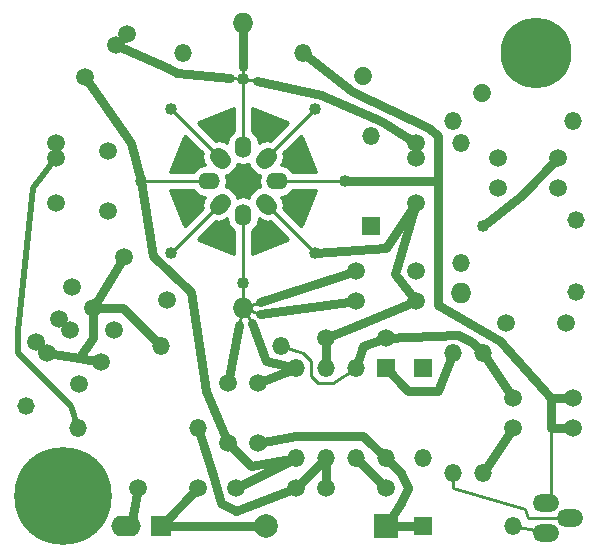
<source format=gbl>
G04 (created by PCBNEW (22-Jun-2014 BZR 4027)-stable) date Sat 23 Jun 2018 11:20:16 PM CDT*
%MOIN*%
G04 Gerber Fmt 3.4, Leading zero omitted, Abs format*
%FSLAX34Y34*%
G01*
G70*
G90*
G04 APERTURE LIST*
%ADD10C,0.00590551*%
%ADD11O,0.0885X0.059*%
%ADD12O,0.059X0.059*%
%ADD13R,0.059X0.059*%
%ADD14R,0.069X0.069*%
%ADD15O,0.099X0.069*%
%ADD16C,0.23622*%
%ADD17C,0.059*%
%ADD18O,0.069X0.069*%
%ADD19R,0.079X0.079*%
%ADD20C,0.079*%
%ADD21C,0.325*%
%ADD22C,0.059*%
%ADD23O,0.058X0.058*%
%ADD24C,0.056*%
%ADD25O,0.072X0.056*%
%ADD26O,0.056X0.072*%
%ADD27O,0.032X0.032*%
%ADD28C,0.04*%
%ADD29C,0.03*%
%ADD30C,0.01*%
%ADD31C,0.02*%
G04 APERTURE END LIST*
G54D10*
G54D11*
X95852Y-43250D03*
X96647Y-43750D03*
X95852Y-44250D03*
G54D12*
X92750Y-38250D03*
X92750Y-42250D03*
X93750Y-42250D03*
X93750Y-38250D03*
X83000Y-38000D03*
X87000Y-38000D03*
X83750Y-28250D03*
X87750Y-28250D03*
X84250Y-40750D03*
X80250Y-40750D03*
G54D13*
X90500Y-38750D03*
G54D12*
X89500Y-38750D03*
X88500Y-38750D03*
X87500Y-38750D03*
X87500Y-41750D03*
X88500Y-41750D03*
X90500Y-41750D03*
X89500Y-41750D03*
G54D14*
X83000Y-44000D03*
G54D15*
X81850Y-44000D03*
G54D16*
X95500Y-28250D03*
G54D17*
X94750Y-40750D03*
X96750Y-40750D03*
X91500Y-36500D03*
X89500Y-36500D03*
X85250Y-41250D03*
X85250Y-39250D03*
X86250Y-41250D03*
X86250Y-39250D03*
X88500Y-42750D03*
X90500Y-42750D03*
X81792Y-35042D03*
X83207Y-36457D03*
X81250Y-31500D03*
X81250Y-33500D03*
X96750Y-39750D03*
X94750Y-39750D03*
X90500Y-37750D03*
X88500Y-37750D03*
X87500Y-42750D03*
X85500Y-42750D03*
G54D18*
X85750Y-36750D03*
G54D19*
X90500Y-44000D03*
G54D20*
X86500Y-44000D03*
G54D13*
X91750Y-38750D03*
G54D12*
X91750Y-41750D03*
G54D13*
X90000Y-34000D03*
G54D12*
X90000Y-31000D03*
G54D13*
X91750Y-44000D03*
G54D12*
X94750Y-44000D03*
G54D17*
X81883Y-27616D03*
X80469Y-29030D03*
X81530Y-27969D03*
X79500Y-31250D03*
X79500Y-33250D03*
X79500Y-31750D03*
X91500Y-31250D03*
X91500Y-33250D03*
X91500Y-31750D03*
G54D21*
X79750Y-43000D03*
G54D18*
X85750Y-27250D03*
G54D22*
X89750Y-29000D02*
X89750Y-29000D01*
X93711Y-29556D02*
X93711Y-29556D01*
G54D12*
X96750Y-30500D03*
X92750Y-30500D03*
X93000Y-31250D03*
X93000Y-35250D03*
G54D17*
X94250Y-31750D03*
X96250Y-31750D03*
X96250Y-32750D03*
X94250Y-32750D03*
X96500Y-37250D03*
X94500Y-37250D03*
G54D18*
X93000Y-36250D03*
G54D17*
X79616Y-37116D03*
X81030Y-38530D03*
X79969Y-37469D03*
X78866Y-37866D03*
X80280Y-39280D03*
X79219Y-38219D03*
X80042Y-36042D03*
X81457Y-37457D03*
X80750Y-36750D03*
G54D23*
X96850Y-33800D03*
X96850Y-36200D03*
X78500Y-40000D03*
G54D24*
X85042Y-31792D02*
X84929Y-31679D01*
X86570Y-31679D02*
X86457Y-31792D01*
G54D25*
X86890Y-32500D03*
G54D26*
X85750Y-31359D03*
G54D24*
X86570Y-33320D02*
X86457Y-33207D01*
G54D26*
X85750Y-33640D03*
G54D24*
X85042Y-33207D02*
X84929Y-33320D01*
G54D25*
X84609Y-32500D03*
G54D17*
X84250Y-42750D03*
X82250Y-42750D03*
X91500Y-35500D03*
X89500Y-35500D03*
G54D27*
X85750Y-32500D03*
X86500Y-30750D03*
X87500Y-31750D03*
X87500Y-33250D03*
X86500Y-34250D03*
X85000Y-34250D03*
X84000Y-33250D03*
X84000Y-31750D03*
X85000Y-30750D03*
G54D28*
X89150Y-32500D03*
X82350Y-32500D03*
X83350Y-30100D03*
X88150Y-34900D03*
X88150Y-30100D03*
X83350Y-34900D03*
X85750Y-29100D03*
X93750Y-34000D03*
X85750Y-35900D03*
G54D29*
X89500Y-41000D02*
X89750Y-41000D01*
X87500Y-41000D02*
X89500Y-41000D01*
X86250Y-41250D02*
X87500Y-41000D01*
X89750Y-41000D02*
X90500Y-41750D01*
X90500Y-41750D02*
X91000Y-42250D01*
X91000Y-43250D02*
X90500Y-44000D01*
X91250Y-42750D02*
X91000Y-43250D01*
X91000Y-42250D02*
X91250Y-42750D01*
X90500Y-44000D02*
X91750Y-44000D01*
X96000Y-39750D02*
X94300Y-37850D01*
X92250Y-34250D02*
X92250Y-36642D01*
X92250Y-34250D02*
X92250Y-32500D01*
X94300Y-37850D02*
X92250Y-36642D01*
X96000Y-40750D02*
X96750Y-40750D01*
G54D30*
X96000Y-43250D02*
X96000Y-40750D01*
G54D29*
X96000Y-40750D02*
X96000Y-39750D01*
X96000Y-39750D02*
X96750Y-39750D01*
X92250Y-32500D02*
X92250Y-32500D01*
X92250Y-32500D02*
X92250Y-31000D01*
X92250Y-31000D02*
X91956Y-30742D01*
X91956Y-30742D02*
X89408Y-29539D01*
X89408Y-29539D02*
X87750Y-28250D01*
G54D30*
X86739Y-32500D02*
X89150Y-32500D01*
G54D29*
X89150Y-32500D02*
X92250Y-32500D01*
X92250Y-32500D02*
X92250Y-32500D01*
X92250Y-32500D02*
X92250Y-32500D01*
G54D30*
X89250Y-32500D02*
X89150Y-32500D01*
G54D29*
X85000Y-43250D02*
X84750Y-42300D01*
X85500Y-43500D02*
X85000Y-43250D01*
X87500Y-42750D02*
X85500Y-43500D01*
X84750Y-42300D02*
X84250Y-40750D01*
X88500Y-41750D02*
X87500Y-42750D01*
X88500Y-41750D02*
X88500Y-42750D01*
X82350Y-32500D02*
X82000Y-31250D01*
X82000Y-31250D02*
X80469Y-29030D01*
G54D30*
X84760Y-32500D02*
X82350Y-32500D01*
G54D29*
X84500Y-39500D02*
X85250Y-41250D01*
X82750Y-35000D02*
X84030Y-36217D01*
X84030Y-36217D02*
X84500Y-39500D01*
X82350Y-32500D02*
X82750Y-35000D01*
X87500Y-41750D02*
X86000Y-42000D01*
X86000Y-42000D02*
X85250Y-41250D01*
X87500Y-41750D02*
X85500Y-42750D01*
X90500Y-42750D02*
X89500Y-41750D01*
X93750Y-42250D02*
X94750Y-40750D01*
X90500Y-38750D02*
X91250Y-39500D01*
X92250Y-39500D02*
X92750Y-38250D01*
X91250Y-39500D02*
X92250Y-39500D01*
G54D30*
X94750Y-44000D02*
X96000Y-44250D01*
X95250Y-43750D02*
X95150Y-43450D01*
X95150Y-43450D02*
X92750Y-42750D01*
X96500Y-43750D02*
X95250Y-43750D01*
X92750Y-42750D02*
X92750Y-42250D01*
G54D29*
X90500Y-37750D02*
X92900Y-37650D01*
X93375Y-37875D02*
X93750Y-38250D01*
X92900Y-37650D02*
X93375Y-37875D01*
X93750Y-38250D02*
X94750Y-39750D01*
G54D30*
X87000Y-38000D02*
X87750Y-38250D01*
X88750Y-39250D02*
X89500Y-38750D01*
X88250Y-39250D02*
X88750Y-39250D01*
X88000Y-39000D02*
X88250Y-39250D01*
X88000Y-38500D02*
X88000Y-39000D01*
X87750Y-38250D02*
X88000Y-38500D01*
G54D29*
X89500Y-38750D02*
X89750Y-38000D01*
X89750Y-38000D02*
X90500Y-37750D01*
G54D31*
X80250Y-40750D02*
X80000Y-40000D01*
X80000Y-40000D02*
X78250Y-38250D01*
X78250Y-38250D02*
X78250Y-37500D01*
X78250Y-37500D02*
X78750Y-32750D01*
X78750Y-32750D02*
X79500Y-31750D01*
G54D30*
X85042Y-31792D02*
X83350Y-30100D01*
X83350Y-30100D02*
X83400Y-30100D01*
G54D29*
X79500Y-31750D02*
X79500Y-31250D01*
G54D30*
X86457Y-33207D02*
X88150Y-34900D01*
G54D29*
X91500Y-33250D02*
X90800Y-35600D01*
X90800Y-35600D02*
X91500Y-36500D01*
X88150Y-34900D02*
X90500Y-34750D01*
X90500Y-34750D02*
X91500Y-33250D01*
X90500Y-34750D02*
X90500Y-34750D01*
X88500Y-37750D02*
X89750Y-37250D01*
X89750Y-37250D02*
X91500Y-36500D01*
X88500Y-38750D02*
X88500Y-37750D01*
G54D30*
X88150Y-34900D02*
X88250Y-35000D01*
X86457Y-31792D02*
X88150Y-30100D01*
G54D29*
X84250Y-42750D02*
X83000Y-44000D01*
X83000Y-44000D02*
X86500Y-44000D01*
X86500Y-44000D02*
X86500Y-44000D01*
X80267Y-38399D02*
X80750Y-37750D01*
X80750Y-37750D02*
X80750Y-36750D01*
X78866Y-37866D02*
X79219Y-38219D01*
X79219Y-38219D02*
X80267Y-38399D01*
X80267Y-38399D02*
X81030Y-38530D01*
X80750Y-36750D02*
X81750Y-36750D01*
X81750Y-36750D02*
X83000Y-38000D01*
X81792Y-35042D02*
X80750Y-36750D01*
G54D30*
X83350Y-34900D02*
X85042Y-33207D01*
X85750Y-29100D02*
X85300Y-29077D01*
G54D29*
X85300Y-29077D02*
X83550Y-28900D01*
X83550Y-28900D02*
X83250Y-28750D01*
X83250Y-28750D02*
X81530Y-27969D01*
X81530Y-27969D02*
X81883Y-27616D01*
G54D30*
X85750Y-29100D02*
X85750Y-28700D01*
G54D29*
X85750Y-28700D02*
X85750Y-27250D01*
X91500Y-31250D02*
X91500Y-31750D01*
G54D30*
X85750Y-29100D02*
X86200Y-29172D01*
G54D29*
X86200Y-29172D02*
X88341Y-29637D01*
X88341Y-29637D02*
X90350Y-30500D01*
X90350Y-30500D02*
X91500Y-31250D01*
G54D30*
X85750Y-31510D02*
X85750Y-29100D01*
G54D29*
X82250Y-42750D02*
X82000Y-44000D01*
X95000Y-33000D02*
X96250Y-31750D01*
X95000Y-33000D02*
X93750Y-34000D01*
X93750Y-34000D02*
X93750Y-34000D01*
G54D30*
X85750Y-36750D02*
X85750Y-35900D01*
X85750Y-35900D02*
X85750Y-33489D01*
X85750Y-36750D02*
X86300Y-36950D01*
G54D29*
X86300Y-36950D02*
X89500Y-36500D01*
G54D30*
X85750Y-36750D02*
X86050Y-37250D01*
G54D29*
X86050Y-37250D02*
X86500Y-38500D01*
X86500Y-38500D02*
X87500Y-38750D01*
G54D30*
X85750Y-36750D02*
X86300Y-36550D01*
G54D29*
X86300Y-36550D02*
X89500Y-35500D01*
X85250Y-39250D02*
X85600Y-37300D01*
G54D30*
X85600Y-37300D02*
X85750Y-36750D01*
G54D29*
X86250Y-39250D02*
X86250Y-39250D01*
X86250Y-39250D02*
X87500Y-38750D01*
G54D30*
X86250Y-39250D02*
X87500Y-38750D01*
G54D10*
G36*
X84498Y-31973D02*
X84314Y-32010D01*
X84142Y-32125D01*
X84092Y-32200D01*
X83323Y-32200D01*
X83792Y-31028D01*
X83823Y-30997D01*
X84408Y-31583D01*
X84391Y-31671D01*
X84431Y-31874D01*
X84498Y-31973D01*
X84498Y-31973D01*
G37*
G54D30*
X84498Y-31973D02*
X84314Y-32010D01*
X84142Y-32125D01*
X84092Y-32200D01*
X83323Y-32200D01*
X83792Y-31028D01*
X83823Y-30997D01*
X84408Y-31583D01*
X84391Y-31671D01*
X84431Y-31874D01*
X84498Y-31973D01*
G54D10*
G36*
X84498Y-33026D02*
X84431Y-33125D01*
X84391Y-33328D01*
X84408Y-33416D01*
X83823Y-34002D01*
X83792Y-33971D01*
X83323Y-32800D01*
X84092Y-32800D01*
X84142Y-32874D01*
X84314Y-32989D01*
X84498Y-33026D01*
X84498Y-33026D01*
G37*
G54D30*
X84498Y-33026D02*
X84431Y-33125D01*
X84391Y-33328D01*
X84408Y-33416D01*
X83823Y-34002D01*
X83792Y-33971D01*
X83323Y-32800D01*
X84092Y-32800D01*
X84142Y-32874D01*
X84314Y-32989D01*
X84498Y-33026D01*
G54D10*
G36*
X85450Y-30842D02*
X85375Y-30892D01*
X85260Y-31064D01*
X85223Y-31248D01*
X85124Y-31181D01*
X84921Y-31141D01*
X84833Y-31158D01*
X84247Y-30573D01*
X84278Y-30542D01*
X85450Y-30073D01*
X85450Y-30842D01*
X85450Y-30842D01*
G37*
G54D30*
X85450Y-30842D02*
X85375Y-30892D01*
X85260Y-31064D01*
X85223Y-31248D01*
X85124Y-31181D01*
X84921Y-31141D01*
X84833Y-31158D01*
X84247Y-30573D01*
X84278Y-30542D01*
X85450Y-30073D01*
X85450Y-30842D01*
G54D10*
G36*
X85450Y-34926D02*
X84278Y-34457D01*
X84247Y-34426D01*
X84833Y-33841D01*
X84921Y-33858D01*
X85124Y-33818D01*
X85223Y-33751D01*
X85260Y-33935D01*
X85375Y-34107D01*
X85450Y-34157D01*
X85450Y-34926D01*
X85450Y-34926D01*
G37*
G54D30*
X85450Y-34926D02*
X84278Y-34457D01*
X84247Y-34426D01*
X84833Y-33841D01*
X84921Y-33858D01*
X85124Y-33818D01*
X85223Y-33751D01*
X85260Y-33935D01*
X85375Y-34107D01*
X85450Y-34157D01*
X85450Y-34926D01*
G54D10*
G36*
X86307Y-32696D02*
X86245Y-32709D01*
X86073Y-32823D01*
X85959Y-32995D01*
X85946Y-33057D01*
X85750Y-33018D01*
X85553Y-33057D01*
X85541Y-32995D01*
X85426Y-32823D01*
X85254Y-32709D01*
X85192Y-32696D01*
X85231Y-32500D01*
X85192Y-32303D01*
X85254Y-32291D01*
X85426Y-32176D01*
X85541Y-32004D01*
X85553Y-31942D01*
X85750Y-31981D01*
X85946Y-31942D01*
X85959Y-32004D01*
X86073Y-32176D01*
X86245Y-32291D01*
X86307Y-32303D01*
X86268Y-32500D01*
X86307Y-32696D01*
X86307Y-32696D01*
G37*
G54D30*
X86307Y-32696D02*
X86245Y-32709D01*
X86073Y-32823D01*
X85959Y-32995D01*
X85946Y-33057D01*
X85750Y-33018D01*
X85553Y-33057D01*
X85541Y-32995D01*
X85426Y-32823D01*
X85254Y-32709D01*
X85192Y-32696D01*
X85231Y-32500D01*
X85192Y-32303D01*
X85254Y-32291D01*
X85426Y-32176D01*
X85541Y-32004D01*
X85553Y-31942D01*
X85750Y-31981D01*
X85946Y-31942D01*
X85959Y-32004D01*
X86073Y-32176D01*
X86245Y-32291D01*
X86307Y-32303D01*
X86268Y-32500D01*
X86307Y-32696D01*
G54D10*
G36*
X87252Y-30573D02*
X86666Y-31158D01*
X86578Y-31141D01*
X86375Y-31181D01*
X86276Y-31248D01*
X86239Y-31064D01*
X86124Y-30892D01*
X86050Y-30842D01*
X86050Y-30073D01*
X87221Y-30542D01*
X87252Y-30573D01*
X87252Y-30573D01*
G37*
G54D30*
X87252Y-30573D02*
X86666Y-31158D01*
X86578Y-31141D01*
X86375Y-31181D01*
X86276Y-31248D01*
X86239Y-31064D01*
X86124Y-30892D01*
X86050Y-30842D01*
X86050Y-30073D01*
X87221Y-30542D01*
X87252Y-30573D01*
G54D10*
G36*
X87252Y-34426D02*
X87221Y-34457D01*
X86050Y-34926D01*
X86050Y-34157D01*
X86124Y-34107D01*
X86239Y-33935D01*
X86276Y-33751D01*
X86375Y-33818D01*
X86578Y-33858D01*
X86666Y-33841D01*
X87252Y-34426D01*
X87252Y-34426D01*
G37*
G54D30*
X87252Y-34426D02*
X87221Y-34457D01*
X86050Y-34926D01*
X86050Y-34157D01*
X86124Y-34107D01*
X86239Y-33935D01*
X86276Y-33751D01*
X86375Y-33818D01*
X86578Y-33858D01*
X86666Y-33841D01*
X87252Y-34426D01*
G54D10*
G36*
X88176Y-32200D02*
X87407Y-32200D01*
X87357Y-32125D01*
X87185Y-32010D01*
X87001Y-31973D01*
X87068Y-31874D01*
X87108Y-31671D01*
X87091Y-31583D01*
X87676Y-30997D01*
X87707Y-31028D01*
X88176Y-32200D01*
X88176Y-32200D01*
G37*
G54D30*
X88176Y-32200D02*
X87407Y-32200D01*
X87357Y-32125D01*
X87185Y-32010D01*
X87001Y-31973D01*
X87068Y-31874D01*
X87108Y-31671D01*
X87091Y-31583D01*
X87676Y-30997D01*
X87707Y-31028D01*
X88176Y-32200D01*
G54D10*
G36*
X88176Y-32800D02*
X87707Y-33971D01*
X87676Y-34002D01*
X87091Y-33416D01*
X87108Y-33328D01*
X87068Y-33125D01*
X87001Y-33026D01*
X87185Y-32989D01*
X87357Y-32874D01*
X87407Y-32800D01*
X88176Y-32800D01*
X88176Y-32800D01*
G37*
G54D30*
X88176Y-32800D02*
X87707Y-33971D01*
X87676Y-34002D01*
X87091Y-33416D01*
X87108Y-33328D01*
X87068Y-33125D01*
X87001Y-33026D01*
X87185Y-32989D01*
X87357Y-32874D01*
X87407Y-32800D01*
X88176Y-32800D01*
M02*

</source>
